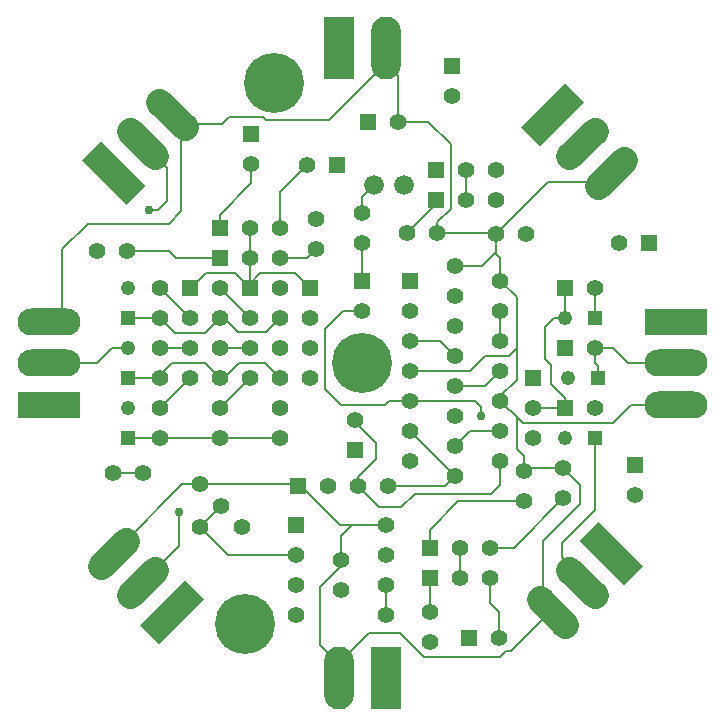
<source format=gtl>
G04 (created by PCBNEW-RS274X (2012-apr-16-27)-stable) date Mon 30 Jun 2014 11:26:30 PM CST*
G01*
G70*
G90*
%MOIN*%
G04 Gerber Fmt 3.4, Leading zero omitted, Abs format*
%FSLAX34Y34*%
G04 APERTURE LIST*
%ADD10C,0.006000*%
%ADD11C,0.055000*%
%ADD12R,0.055000X0.055000*%
%ADD13C,0.066000*%
%ADD14C,0.200000*%
%ADD15R,0.048000X0.048000*%
%ADD16C,0.048000*%
%ADD17R,0.100000X0.210000*%
%ADD18O,0.100000X0.210000*%
%ADD19C,0.090000*%
%ADD20R,0.210000X0.090000*%
%ADD21O,0.210000X0.090000*%
%ADD22C,0.030000*%
%ADD23C,0.007000*%
G04 APERTURE END LIST*
G54D10*
G54D11*
X42093Y-44043D03*
X42800Y-44750D03*
X43507Y-45457D03*
X42093Y-45457D03*
G54D12*
X54250Y-37500D03*
G54D11*
X55250Y-37500D03*
G54D12*
X54250Y-41500D03*
G54D11*
X55250Y-41500D03*
G54D12*
X47500Y-37250D03*
G54D11*
X47500Y-38250D03*
G54D13*
X47900Y-34050D03*
X48900Y-34050D03*
G54D12*
X45300Y-45400D03*
G54D11*
X45300Y-46400D03*
X45300Y-47400D03*
X45300Y-48400D03*
X48300Y-48400D03*
X48300Y-47400D03*
X48300Y-46400D03*
X48300Y-45400D03*
G54D12*
X49100Y-37250D03*
G54D11*
X49100Y-38250D03*
X49100Y-39250D03*
X49100Y-40250D03*
X49100Y-41250D03*
X49100Y-42250D03*
X49100Y-43250D03*
X52100Y-43250D03*
X52100Y-42250D03*
X52100Y-41250D03*
X52100Y-40250D03*
X52100Y-39250D03*
X52100Y-38250D03*
X52100Y-37250D03*
X49750Y-48300D03*
X49750Y-49300D03*
X46800Y-46550D03*
X46800Y-47550D03*
X50600Y-36750D03*
X50600Y-37750D03*
X50600Y-41750D03*
X50600Y-40750D03*
X50600Y-42750D03*
X50600Y-43750D03*
X50600Y-39750D03*
X50600Y-38750D03*
X49000Y-35650D03*
X50000Y-35650D03*
X52950Y-35700D03*
X51950Y-35700D03*
X52900Y-44600D03*
X52900Y-43600D03*
X54200Y-44500D03*
X54200Y-43500D03*
X39650Y-36250D03*
X38650Y-36250D03*
X45950Y-36200D03*
X45950Y-35200D03*
X47500Y-36000D03*
X47500Y-35000D03*
X56600Y-44400D03*
G54D12*
X56600Y-43400D03*
G54D11*
X40200Y-43650D03*
X39200Y-43650D03*
G54D14*
X47500Y-40000D03*
G54D15*
X55250Y-42500D03*
G54D16*
X54250Y-42500D03*
G54D15*
X39700Y-42500D03*
G54D16*
X39700Y-41500D03*
G54D15*
X55350Y-40500D03*
G54D16*
X54350Y-40500D03*
G54D15*
X39700Y-40500D03*
G54D16*
X39700Y-39500D03*
G54D15*
X55250Y-38500D03*
G54D16*
X54250Y-38500D03*
G54D15*
X39700Y-38500D03*
G54D16*
X39700Y-37500D03*
G54D11*
X40750Y-38500D03*
X40750Y-37500D03*
X42750Y-38500D03*
X42750Y-37500D03*
X44750Y-38500D03*
X44750Y-37500D03*
X40750Y-40500D03*
X40750Y-39500D03*
X42750Y-40500D03*
X42750Y-39500D03*
X44750Y-40500D03*
X44750Y-39500D03*
X40750Y-42500D03*
X40750Y-41500D03*
X42750Y-42500D03*
X42750Y-41500D03*
X44750Y-42500D03*
X44750Y-41500D03*
X52050Y-49150D03*
G54D12*
X51050Y-49150D03*
G54D11*
X45650Y-33400D03*
G54D12*
X46650Y-33400D03*
G54D11*
X43800Y-33350D03*
G54D12*
X43800Y-32350D03*
G54D11*
X47250Y-41900D03*
G54D12*
X47250Y-42900D03*
G54D11*
X50500Y-31100D03*
G54D12*
X50500Y-30100D03*
G54D11*
X48700Y-31950D03*
G54D12*
X47700Y-31950D03*
G54D11*
X56050Y-36000D03*
G54D12*
X57050Y-36000D03*
X54250Y-39500D03*
G54D11*
X55250Y-39500D03*
G54D14*
X44550Y-30650D03*
X43600Y-48700D03*
G54D12*
X45750Y-37500D03*
G54D11*
X45750Y-38500D03*
X45750Y-39500D03*
X45750Y-40500D03*
G54D12*
X43750Y-37500D03*
G54D11*
X43750Y-38500D03*
X43750Y-39500D03*
X43750Y-40500D03*
G54D12*
X45350Y-44100D03*
G54D11*
X46350Y-44100D03*
X47350Y-44100D03*
X48350Y-44100D03*
G54D12*
X41750Y-37500D03*
G54D11*
X41750Y-38500D03*
X41750Y-39500D03*
X41750Y-40500D03*
G54D17*
X48280Y-50500D03*
G54D18*
X46720Y-50500D03*
G54D17*
X46720Y-29500D03*
G54D18*
X48280Y-29500D03*
G54D10*
G36*
X42217Y-47868D02*
X40732Y-49353D01*
X40095Y-48716D01*
X41580Y-47231D01*
X42217Y-47868D01*
X42217Y-47868D01*
G37*
G54D19*
X39758Y-47742D02*
X40606Y-46894D01*
X38784Y-46768D02*
X39632Y-45920D01*
G54D20*
X37050Y-41378D03*
G54D21*
X37050Y-40000D03*
X37050Y-38622D03*
G54D10*
G36*
X39632Y-34717D02*
X38147Y-33232D01*
X38784Y-32595D01*
X40269Y-34080D01*
X39632Y-34717D01*
X39632Y-34717D01*
G37*
G54D19*
X39758Y-32258D02*
X40606Y-33106D01*
X40732Y-31284D02*
X41580Y-32132D01*
G54D10*
G36*
X52783Y-32132D02*
X54268Y-30647D01*
X54905Y-31284D01*
X53420Y-32769D01*
X52783Y-32132D01*
X52783Y-32132D01*
G37*
G54D19*
X55242Y-32258D02*
X54394Y-33106D01*
X56216Y-33232D02*
X55368Y-34080D01*
G54D20*
X57950Y-38622D03*
G54D21*
X57950Y-40000D03*
X57950Y-41378D03*
G54D10*
G36*
X55368Y-45283D02*
X56853Y-46768D01*
X56216Y-47405D01*
X54731Y-45920D01*
X55368Y-45283D01*
X55368Y-45283D01*
G37*
G54D19*
X55242Y-47742D02*
X54394Y-46894D01*
X54268Y-48716D02*
X53420Y-47868D01*
G54D12*
X49950Y-34550D03*
G54D11*
X50950Y-34550D03*
X51950Y-34550D03*
G54D12*
X49950Y-33550D03*
G54D11*
X50950Y-33550D03*
X51950Y-33550D03*
G54D12*
X42750Y-36500D03*
G54D11*
X43750Y-36500D03*
X44750Y-36500D03*
G54D12*
X42750Y-35500D03*
G54D11*
X43750Y-35500D03*
X44750Y-35500D03*
G54D12*
X49750Y-46150D03*
G54D11*
X50750Y-46150D03*
X51750Y-46150D03*
G54D12*
X49750Y-47150D03*
G54D11*
X50750Y-47150D03*
X51750Y-47150D03*
G54D12*
X53200Y-40500D03*
G54D11*
X53200Y-41500D03*
X53200Y-42500D03*
G54D22*
X41400Y-44950D03*
X51450Y-41750D03*
X40400Y-34900D03*
G54D23*
X40750Y-39500D02*
X41750Y-39500D01*
X38650Y-40000D02*
X39150Y-39500D01*
X37500Y-40000D02*
X38650Y-40000D01*
X39150Y-39500D02*
X39700Y-39500D01*
X44250Y-40000D02*
X44750Y-40500D01*
X42750Y-40500D02*
X42900Y-40500D01*
X41150Y-40000D02*
X42250Y-40000D01*
X43400Y-40000D02*
X44250Y-40000D01*
X42900Y-40500D02*
X43400Y-40000D01*
X42250Y-40000D02*
X42750Y-40500D01*
X40750Y-40500D02*
X40750Y-40400D01*
X39700Y-40500D02*
X40750Y-40500D01*
X40750Y-40400D02*
X41150Y-40000D01*
X40750Y-42500D02*
X42750Y-42500D01*
X42750Y-42500D02*
X44750Y-42500D01*
X40750Y-42500D02*
X39700Y-42500D01*
X40500Y-47000D02*
X41400Y-46100D01*
X41400Y-46100D02*
X41400Y-44950D01*
X54250Y-41500D02*
X54250Y-41150D01*
X48250Y-41400D02*
X46800Y-41400D01*
X46850Y-38250D02*
X47500Y-38250D01*
X46250Y-40850D02*
X46250Y-38850D01*
X46800Y-41400D02*
X46250Y-40850D01*
X49100Y-41250D02*
X48400Y-41250D01*
X49100Y-41250D02*
X51250Y-41250D01*
X53900Y-38500D02*
X54250Y-38500D01*
X54250Y-41150D02*
X53800Y-40700D01*
X46250Y-38850D02*
X46850Y-38250D01*
X53200Y-41500D02*
X54250Y-41500D01*
X53800Y-40050D02*
X53600Y-39850D01*
X53600Y-38800D02*
X53900Y-38500D01*
X51450Y-41450D02*
X51450Y-41750D01*
X51250Y-41250D02*
X51450Y-41450D01*
X54250Y-37500D02*
X54250Y-38500D01*
X53800Y-40700D02*
X53800Y-40050D01*
X48400Y-41250D02*
X48250Y-41400D01*
X53600Y-39850D02*
X53600Y-38800D01*
X47500Y-37250D02*
X47500Y-36000D01*
X47500Y-34450D02*
X47900Y-34050D01*
X47500Y-35000D02*
X47500Y-34450D01*
X55250Y-37500D02*
X55250Y-38500D01*
X52100Y-42250D02*
X51100Y-42250D01*
X51100Y-42250D02*
X50600Y-42750D01*
X55850Y-39500D02*
X56350Y-40000D01*
X55250Y-39500D02*
X55850Y-39500D01*
X55350Y-40500D02*
X55350Y-40100D01*
X56350Y-40000D02*
X57500Y-40000D01*
X55350Y-40100D02*
X55250Y-40000D01*
X55250Y-40000D02*
X55250Y-39500D01*
X42750Y-37500D02*
X43750Y-38500D01*
X40750Y-37500D02*
X41750Y-38500D01*
X51750Y-48000D02*
X51750Y-47150D01*
X52050Y-49150D02*
X52050Y-48300D01*
X52050Y-48300D02*
X51750Y-48000D01*
X49750Y-47150D02*
X49750Y-48300D01*
X52550Y-46150D02*
X54200Y-44500D01*
X51750Y-46150D02*
X52550Y-46150D01*
X52900Y-44600D02*
X50700Y-44600D01*
X49750Y-45550D02*
X49750Y-46150D01*
X50700Y-44600D02*
X49750Y-45550D01*
X48300Y-47400D02*
X48300Y-48400D01*
X43750Y-37350D02*
X44100Y-37000D01*
X43250Y-37000D02*
X43750Y-37500D01*
X42300Y-37000D02*
X43250Y-37000D01*
X41800Y-37500D02*
X42300Y-37000D01*
X45250Y-37000D02*
X45750Y-37500D01*
X43750Y-37500D02*
X43750Y-37350D01*
X41750Y-37500D02*
X41800Y-37500D01*
X43750Y-35500D02*
X43750Y-36500D01*
X43750Y-36500D02*
X43750Y-37500D01*
X44100Y-37000D02*
X45250Y-37000D01*
X47950Y-42650D02*
X47950Y-43200D01*
X52100Y-44050D02*
X51800Y-44350D01*
X47250Y-41950D02*
X47950Y-42650D01*
X48800Y-44800D02*
X48050Y-44800D01*
X52100Y-43250D02*
X52100Y-44050D01*
X48050Y-44800D02*
X47350Y-44100D01*
X51800Y-44350D02*
X49250Y-44350D01*
X47250Y-41900D02*
X47250Y-41950D01*
X47350Y-43800D02*
X47350Y-44100D01*
X49250Y-44350D02*
X48800Y-44800D01*
X47950Y-43200D02*
X47350Y-43800D01*
X50750Y-47150D02*
X50750Y-46150D01*
X40700Y-34900D02*
X40400Y-34900D01*
X41000Y-34600D02*
X40700Y-34900D01*
X41000Y-33500D02*
X41000Y-34600D01*
X40500Y-33000D02*
X41000Y-33500D01*
X49950Y-34550D02*
X49950Y-34700D01*
X49950Y-34700D02*
X49000Y-35650D01*
X51600Y-40750D02*
X52100Y-40250D01*
X50600Y-40750D02*
X51600Y-40750D01*
X49100Y-39250D02*
X50100Y-39250D01*
X50100Y-39250D02*
X50600Y-39750D01*
X44750Y-36500D02*
X45650Y-36500D01*
X45650Y-36500D02*
X45950Y-36200D01*
X41300Y-36500D02*
X42750Y-36500D01*
X41050Y-36250D02*
X41300Y-36500D01*
X39650Y-36250D02*
X41050Y-36250D01*
X44750Y-34300D02*
X45650Y-33400D01*
X44750Y-35500D02*
X44750Y-34300D01*
X42750Y-35050D02*
X43800Y-34000D01*
X42750Y-35500D02*
X42750Y-35050D01*
X43800Y-34000D02*
X43800Y-33350D01*
X52100Y-38250D02*
X52100Y-39250D01*
X50950Y-33550D02*
X50950Y-34550D01*
X48350Y-44100D02*
X50250Y-44100D01*
X49100Y-42250D02*
X50600Y-43750D01*
X50250Y-44100D02*
X50600Y-43750D01*
X39200Y-43650D02*
X40200Y-43650D01*
X43036Y-46400D02*
X42093Y-45457D01*
X45300Y-46400D02*
X43036Y-46400D01*
X42093Y-45457D02*
X42800Y-44750D01*
X41750Y-40500D02*
X40750Y-41500D01*
X42750Y-41500D02*
X43750Y-40500D01*
X42750Y-39500D02*
X43750Y-39500D01*
X54500Y-47000D02*
X54500Y-46800D01*
X55250Y-44900D02*
X55250Y-42500D01*
X54150Y-46000D02*
X55250Y-44900D01*
X54150Y-46450D02*
X54150Y-46000D01*
X54500Y-46800D02*
X54150Y-46450D01*
X40750Y-38500D02*
X39700Y-38500D01*
X42250Y-39000D02*
X42750Y-38500D01*
X42750Y-38500D02*
X42900Y-38500D01*
X41250Y-39000D02*
X42250Y-39000D01*
X42900Y-38500D02*
X43350Y-38950D01*
X43350Y-38950D02*
X44300Y-38950D01*
X40750Y-38500D02*
X41250Y-39000D01*
X44300Y-38950D02*
X44750Y-38500D01*
X46800Y-46550D02*
X46800Y-45750D01*
X53000Y-43500D02*
X52900Y-43600D01*
X51500Y-36750D02*
X51950Y-36300D01*
X51900Y-35650D02*
X51950Y-35700D01*
X50600Y-36750D02*
X51500Y-36750D01*
X50450Y-34850D02*
X50450Y-32700D01*
X52650Y-40550D02*
X52650Y-37800D01*
X50000Y-35650D02*
X51900Y-35650D01*
X52650Y-39500D02*
X52650Y-37800D01*
X48750Y-49000D02*
X47720Y-49000D01*
X46100Y-47450D02*
X46100Y-49380D01*
X52450Y-49600D02*
X52300Y-49600D01*
X52300Y-49600D02*
X52100Y-49800D01*
X53526Y-48524D02*
X52450Y-49600D01*
X48700Y-31950D02*
X48700Y-30420D01*
X41474Y-32026D02*
X42824Y-32026D01*
X37500Y-36200D02*
X37500Y-38622D01*
X51950Y-36300D02*
X51950Y-35700D01*
X52100Y-41250D02*
X52100Y-41100D01*
X41474Y-32026D02*
X41474Y-34926D01*
X50000Y-35300D02*
X50450Y-34850D01*
X54750Y-44050D02*
X54200Y-43500D01*
X53526Y-45924D02*
X54750Y-44700D01*
X53676Y-33974D02*
X51950Y-35700D01*
X52400Y-39750D02*
X52650Y-39500D01*
X52100Y-41100D02*
X52650Y-40550D01*
X51100Y-40250D02*
X51600Y-39750D01*
X49100Y-40250D02*
X51100Y-40250D01*
X54200Y-43500D02*
X53000Y-43500D01*
X48700Y-30420D02*
X48280Y-30000D01*
X52100Y-36500D02*
X51950Y-36350D01*
X54750Y-44700D02*
X54750Y-44050D01*
X50000Y-35650D02*
X50000Y-35300D01*
X47720Y-49000D02*
X46720Y-50000D01*
X46800Y-45750D02*
X47150Y-45400D01*
X53526Y-47974D02*
X53526Y-45924D01*
X53526Y-47974D02*
X53526Y-48524D01*
X52100Y-49800D02*
X49550Y-49800D01*
X45350Y-44100D02*
X45450Y-44100D01*
X46800Y-46550D02*
X46800Y-46750D01*
X50450Y-32700D02*
X49700Y-31950D01*
X45450Y-44100D02*
X46750Y-45400D01*
X49700Y-31950D02*
X48700Y-31950D01*
X52650Y-42850D02*
X52900Y-43100D01*
X52900Y-43100D02*
X52900Y-43600D01*
X43050Y-31800D02*
X44200Y-31800D01*
X41474Y-34926D02*
X41050Y-35350D01*
X51950Y-36350D02*
X51950Y-35700D01*
X44200Y-31800D02*
X44300Y-31900D01*
X52650Y-37800D02*
X52100Y-37250D01*
X55474Y-33974D02*
X53676Y-33974D01*
X57500Y-41378D02*
X56472Y-41378D01*
X39526Y-46024D02*
X41507Y-44043D01*
X46750Y-45400D02*
X48300Y-45400D01*
X55850Y-42000D02*
X52850Y-42000D01*
X56472Y-41378D02*
X55850Y-42000D01*
X46800Y-46750D02*
X46100Y-47450D01*
X52100Y-37250D02*
X52100Y-36500D01*
X52100Y-41250D02*
X52650Y-41800D01*
X49550Y-49800D02*
X48750Y-49000D01*
X52650Y-41800D02*
X52650Y-42850D01*
X47150Y-45400D02*
X48300Y-45400D01*
X46100Y-49380D02*
X46720Y-50000D01*
X42093Y-44043D02*
X45293Y-44043D01*
X42824Y-32026D02*
X43050Y-31800D01*
X39526Y-46026D02*
X39526Y-46024D01*
X41507Y-44043D02*
X42093Y-44043D01*
X51600Y-39750D02*
X52400Y-39750D01*
X45293Y-44043D02*
X45350Y-44100D01*
X46380Y-31900D02*
X48280Y-30000D01*
X38350Y-35350D02*
X37500Y-36200D01*
X41050Y-35350D02*
X38350Y-35350D01*
X44300Y-31900D02*
X46380Y-31900D01*
X52850Y-42000D02*
X52100Y-41250D01*
M02*

</source>
